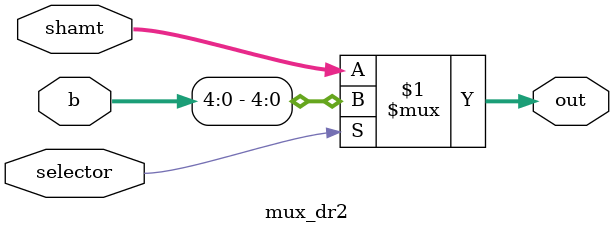
<source format=v>
module mux_dr2(input wire [0:0] selector, input wire[4:0] shamt, input wire[31:0] b, output wire [4:0] out);

//TODO: Quais bits de b pra usar?
assign out = (selector[0]) ? b[4:0] : shamt;

endmodule
</source>
